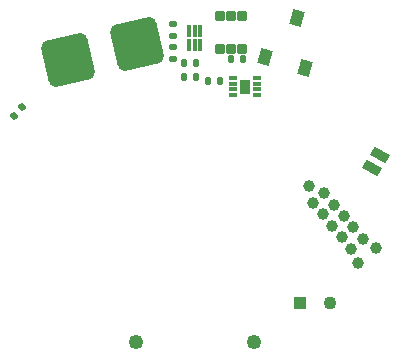
<source format=gbr>
%TF.GenerationSoftware,KiCad,Pcbnew,8.0.3*%
%TF.CreationDate,2024-08-05T21:53:05-05:00*%
%TF.ProjectId,GeckoSmartWatch_V4_1,4765636b-6f53-46d6-9172-745761746368,rev?*%
%TF.SameCoordinates,Original*%
%TF.FileFunction,Soldermask,Bot*%
%TF.FilePolarity,Negative*%
%FSLAX46Y46*%
G04 Gerber Fmt 4.6, Leading zero omitted, Abs format (unit mm)*
G04 Created by KiCad (PCBNEW 8.0.3) date 2024-08-05 21:53:05*
%MOMM*%
%LPD*%
G01*
G04 APERTURE LIST*
G04 Aperture macros list*
%AMRoundRect*
0 Rectangle with rounded corners*
0 $1 Rounding radius*
0 $2 $3 $4 $5 $6 $7 $8 $9 X,Y pos of 4 corners*
0 Add a 4 corners polygon primitive as box body*
4,1,4,$2,$3,$4,$5,$6,$7,$8,$9,$2,$3,0*
0 Add four circle primitives for the rounded corners*
1,1,$1+$1,$2,$3*
1,1,$1+$1,$4,$5*
1,1,$1+$1,$6,$7*
1,1,$1+$1,$8,$9*
0 Add four rect primitives between the rounded corners*
20,1,$1+$1,$2,$3,$4,$5,0*
20,1,$1+$1,$4,$5,$6,$7,0*
20,1,$1+$1,$6,$7,$8,$9,0*
20,1,$1+$1,$8,$9,$2,$3,0*%
%AMRotRect*
0 Rectangle, with rotation*
0 The origin of the aperture is its center*
0 $1 length*
0 $2 width*
0 $3 Rotation angle, in degrees counterclockwise*
0 Add horizontal line*
21,1,$1,$2,0,0,$3*%
G04 Aperture macros list end*
%ADD10C,1.250000*%
%ADD11C,1.100000*%
%ADD12R,1.100000X1.100000*%
%ADD13RoundRect,0.140000X-0.140000X-0.170000X0.140000X-0.170000X0.140000X0.170000X-0.140000X0.170000X0*%
%ADD14RoundRect,0.135000X-0.185000X0.135000X-0.185000X-0.135000X0.185000X-0.135000X0.185000X0.135000X0*%
%ADD15C,0.991000*%
%ADD16RoundRect,0.135000X0.135000X0.185000X-0.135000X0.185000X-0.135000X-0.185000X0.135000X-0.185000X0*%
%ADD17RotRect,0.800000X1.500000X240.000000*%
%ADD18RoundRect,0.135000X0.054942X-0.222332X0.228495X-0.015500X-0.054942X0.222332X-0.228495X0.015500X0*%
%ADD19RoundRect,0.135000X-0.135000X-0.185000X0.135000X-0.185000X0.135000X0.185000X-0.135000X0.185000X0*%
%ADD20R,0.750000X0.300000*%
%ADD21R,0.900000X1.300000*%
%ADD22RoundRect,0.140000X0.140000X0.170000X-0.140000X0.170000X-0.140000X-0.170000X0.140000X-0.170000X0*%
%ADD23R,0.300000X1.050000*%
%ADD24RoundRect,0.600000X-1.049187X-1.679050X1.679050X-1.049187X1.049187X1.679050X-1.679050X1.049187X0*%
%ADD25RoundRect,0.135000X0.185000X-0.135000X0.185000X0.135000X-0.185000X0.135000X-0.185000X-0.135000X0*%
%ADD26RoundRect,0.102000X-0.310000X0.287500X-0.310000X-0.287500X0.310000X-0.287500X0.310000X0.287500X0*%
%ADD27RotRect,1.000000X1.300000X165.000000*%
G04 APERTURE END LIST*
D10*
%TO.C,U3*%
X138744576Y-113623473D03*
X148750000Y-113625000D03*
%TD*%
D11*
%TO.C,U7*%
X155140000Y-110358000D03*
D12*
X152600000Y-110358000D03*
%TD*%
D13*
%TO.C,C28*%
X142820000Y-90025000D03*
X143780000Y-90025000D03*
%TD*%
D14*
%TO.C,R13*%
X141825000Y-86690000D03*
X141825000Y-87710000D03*
%TD*%
D15*
%TO.C,J1*%
X159040118Y-105624368D03*
X153364540Y-100439540D03*
X157485047Y-106929228D03*
X154667319Y-101004246D03*
X155483659Y-101977122D03*
X156300000Y-102950000D03*
X157116339Y-103922876D03*
X157932681Y-104895752D03*
X156959804Y-105712092D03*
X156143463Y-104739215D03*
X155327124Y-103766339D03*
X154510784Y-102793462D03*
X153694443Y-101820586D03*
%TD*%
D16*
%TO.C,R11*%
X143810000Y-91150000D03*
X142790000Y-91150000D03*
%TD*%
D17*
%TO.C,M1*%
X159364824Y-97775065D03*
X158714821Y-98900899D03*
%TD*%
D18*
%TO.C,TH1*%
X128372179Y-94465682D03*
X129027821Y-93684318D03*
%TD*%
D19*
%TO.C,R14*%
X146740000Y-89650000D03*
X147760000Y-89650000D03*
%TD*%
D20*
%TO.C,IC1*%
X146925000Y-92737500D03*
X146925000Y-92237500D03*
X146925000Y-91737500D03*
X146925000Y-91237500D03*
X148925000Y-91237500D03*
X148925000Y-91737500D03*
X148925000Y-92237500D03*
X148925000Y-92737500D03*
D21*
X147925000Y-91987500D03*
%TD*%
D22*
%TO.C,C22*%
X145805000Y-91550000D03*
X144845000Y-91550000D03*
%TD*%
D23*
%TO.C,IC2*%
X143175000Y-87262000D03*
X143675000Y-87262000D03*
X144175000Y-87262000D03*
X144175000Y-88462000D03*
X143675000Y-88462000D03*
X143175000Y-88462000D03*
%TD*%
D24*
%TO.C,BT1*%
X138773110Y-88405147D03*
X132926890Y-89754853D03*
%TD*%
D25*
%TO.C,R12*%
X141825000Y-89635000D03*
X141825000Y-88615000D03*
%TD*%
D26*
%TO.C,U8*%
X145800000Y-86012000D03*
X146750000Y-86012000D03*
X147700000Y-86012000D03*
X147700000Y-88788000D03*
X146750000Y-88788000D03*
X145800000Y-88788000D03*
%TD*%
D27*
%TO.C,SW1*%
X153010674Y-90386488D03*
X152329698Y-86166445D03*
X149629933Y-89480622D03*
%TD*%
M02*

</source>
